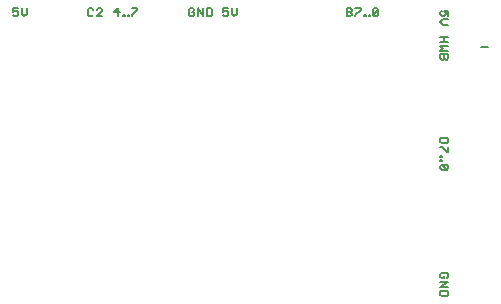
<source format=gto>
G75*
G70*
%OFA0B0*%
%FSLAX24Y24*%
%IPPOS*%
%LPD*%
%AMOC8*
5,1,8,0,0,1.08239X$1,22.5*
%
%ADD10C,0.0060*%
%ADD11C,0.0080*%
D10*
X000475Y010598D02*
X000431Y010642D01*
X000475Y010598D02*
X000561Y010598D01*
X000605Y010642D01*
X000605Y010728D01*
X000561Y010772D01*
X000518Y010772D01*
X000431Y010728D01*
X000431Y010859D01*
X000605Y010859D01*
X000726Y010859D02*
X000726Y010685D01*
X000813Y010598D01*
X000899Y010685D01*
X000899Y010859D01*
X002931Y010815D02*
X002931Y010642D01*
X002975Y010598D01*
X003061Y010598D01*
X003105Y010642D01*
X003226Y010598D02*
X003399Y010772D01*
X003399Y010815D01*
X003356Y010859D01*
X003269Y010859D01*
X003226Y010815D01*
X003105Y010815D02*
X003061Y010859D01*
X002975Y010859D01*
X002931Y010815D01*
X003226Y010598D02*
X003399Y010598D01*
X003815Y010728D02*
X003989Y010728D01*
X003945Y010598D02*
X003945Y010859D01*
X003815Y010728D01*
X004110Y010642D02*
X004153Y010642D01*
X004153Y010598D01*
X004110Y010598D01*
X004110Y010642D01*
X004257Y010642D02*
X004300Y010642D01*
X004300Y010598D01*
X004257Y010598D01*
X004257Y010642D01*
X004404Y010642D02*
X004404Y010598D01*
X004404Y010642D02*
X004578Y010815D01*
X004578Y010859D01*
X004404Y010859D01*
X006306Y010815D02*
X006306Y010642D01*
X006350Y010598D01*
X006436Y010598D01*
X006480Y010642D01*
X006480Y010728D01*
X006393Y010728D01*
X006480Y010815D02*
X006436Y010859D01*
X006350Y010859D01*
X006306Y010815D01*
X006601Y010859D02*
X006601Y010598D01*
X006774Y010598D02*
X006774Y010859D01*
X006895Y010859D02*
X007026Y010859D01*
X007069Y010815D01*
X007069Y010642D01*
X007026Y010598D01*
X006895Y010598D01*
X006895Y010859D01*
X006774Y010598D02*
X006601Y010859D01*
X007431Y010859D02*
X007431Y010728D01*
X007518Y010772D01*
X007561Y010772D01*
X007605Y010728D01*
X007605Y010642D01*
X007561Y010598D01*
X007475Y010598D01*
X007431Y010642D01*
X007726Y010685D02*
X007813Y010598D01*
X007899Y010685D01*
X007899Y010859D01*
X007726Y010859D02*
X007726Y010685D01*
X007605Y010859D02*
X007431Y010859D01*
X011556Y010859D02*
X011556Y010598D01*
X011686Y010598D01*
X011730Y010642D01*
X011730Y010685D01*
X011686Y010728D01*
X011556Y010728D01*
X011686Y010728D02*
X011730Y010772D01*
X011730Y010815D01*
X011686Y010859D01*
X011556Y010859D01*
X011851Y010859D02*
X012024Y010859D01*
X012024Y010815D01*
X011851Y010642D01*
X011851Y010598D01*
X012145Y010598D02*
X012189Y010598D01*
X012189Y010642D01*
X012145Y010642D01*
X012145Y010598D01*
X012293Y010598D02*
X012336Y010598D01*
X012336Y010642D01*
X012293Y010642D01*
X012293Y010598D01*
X012440Y010642D02*
X012614Y010815D01*
X012614Y010642D01*
X012570Y010598D01*
X012483Y010598D01*
X012440Y010642D01*
X012440Y010815D01*
X012483Y010859D01*
X012570Y010859D01*
X012614Y010815D01*
X014681Y010745D02*
X014681Y010658D01*
X014725Y010615D01*
X014811Y010615D01*
X014855Y010658D01*
X014855Y010702D01*
X014811Y010788D01*
X014941Y010788D01*
X014941Y010615D01*
X014941Y010494D02*
X014768Y010494D01*
X014681Y010407D01*
X014768Y010320D01*
X014941Y010320D01*
X014941Y009913D02*
X014681Y009913D01*
X014811Y009913D02*
X014811Y009740D01*
X014941Y009740D02*
X014681Y009740D01*
X014681Y009619D02*
X014768Y009532D01*
X014681Y009445D01*
X014941Y009445D01*
X014941Y009324D02*
X014681Y009324D01*
X014681Y009194D01*
X014725Y009151D01*
X014768Y009151D01*
X014811Y009194D01*
X014811Y009324D01*
X014811Y009194D02*
X014855Y009151D01*
X014898Y009151D01*
X014941Y009194D01*
X014941Y009324D01*
X014941Y009619D02*
X014681Y009619D01*
X014681Y010745D02*
X014725Y010788D01*
X014681Y006538D02*
X014681Y006408D01*
X014725Y006365D01*
X014898Y006365D01*
X014941Y006408D01*
X014941Y006538D01*
X014681Y006538D01*
X014681Y006244D02*
X014725Y006244D01*
X014898Y006070D01*
X014941Y006070D01*
X014941Y006244D01*
X014725Y005949D02*
X014725Y005906D01*
X014681Y005906D01*
X014681Y005949D01*
X014725Y005949D01*
X014725Y005802D02*
X014725Y005758D01*
X014681Y005758D01*
X014681Y005802D01*
X014725Y005802D01*
X014725Y005654D02*
X014898Y005481D01*
X014725Y005481D01*
X014681Y005524D01*
X014681Y005611D01*
X014725Y005654D01*
X014898Y005654D01*
X014941Y005611D01*
X014941Y005524D01*
X014898Y005481D01*
X014898Y002038D02*
X014725Y002038D01*
X014681Y001995D01*
X014681Y001908D01*
X014725Y001865D01*
X014811Y001865D01*
X014811Y001952D01*
X014898Y002038D02*
X014941Y001995D01*
X014941Y001908D01*
X014898Y001865D01*
X014941Y001744D02*
X014681Y001744D01*
X014681Y001570D02*
X014941Y001570D01*
X014941Y001449D02*
X014681Y001449D01*
X014681Y001319D01*
X014725Y001276D01*
X014898Y001276D01*
X014941Y001319D01*
X014941Y001449D01*
X014681Y001570D02*
X014941Y001744D01*
D11*
X016026Y009568D02*
X016276Y009568D01*
M02*

</source>
